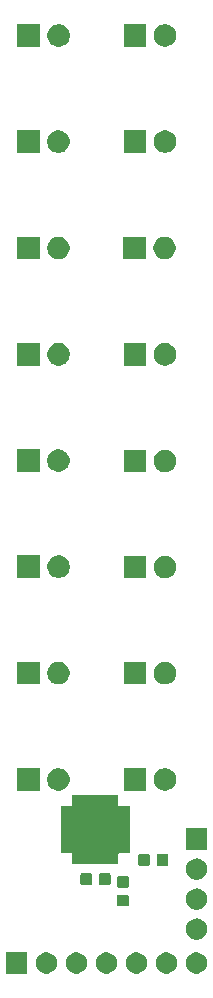
<source format=gbs>
G04 #@! TF.GenerationSoftware,KiCad,Pcbnew,(5.1.6-0-10_14)*
G04 #@! TF.CreationDate,2020-06-29T16:32:02+02:00*
G04 #@! TF.ProjectId,excitation-pcb,65786369-7461-4746-996f-6e2d7063622e,rev?*
G04 #@! TF.SameCoordinates,Original*
G04 #@! TF.FileFunction,Soldermask,Bot*
G04 #@! TF.FilePolarity,Negative*
%FSLAX46Y46*%
G04 Gerber Fmt 4.6, Leading zero omitted, Abs format (unit mm)*
G04 Created by KiCad (PCBNEW (5.1.6-0-10_14)) date 2020-06-29 16:32:02*
%MOMM*%
%LPD*%
G01*
G04 APERTURE LIST*
%ADD10C,0.100000*%
G04 APERTURE END LIST*
D10*
G36*
X99859312Y-144036327D02*
G01*
X100008612Y-144066024D01*
X100172584Y-144133944D01*
X100320154Y-144232547D01*
X100445653Y-144358046D01*
X100544256Y-144505616D01*
X100612176Y-144669588D01*
X100646800Y-144843659D01*
X100646800Y-145021141D01*
X100612176Y-145195212D01*
X100544256Y-145359184D01*
X100445653Y-145506754D01*
X100320154Y-145632253D01*
X100172584Y-145730856D01*
X100008612Y-145798776D01*
X99859312Y-145828473D01*
X99834542Y-145833400D01*
X99657058Y-145833400D01*
X99632288Y-145828473D01*
X99482988Y-145798776D01*
X99319016Y-145730856D01*
X99171446Y-145632253D01*
X99045947Y-145506754D01*
X98947344Y-145359184D01*
X98879424Y-145195212D01*
X98844800Y-145021141D01*
X98844800Y-144843659D01*
X98879424Y-144669588D01*
X98947344Y-144505616D01*
X99045947Y-144358046D01*
X99171446Y-144232547D01*
X99319016Y-144133944D01*
X99482988Y-144066024D01*
X99632288Y-144036327D01*
X99657058Y-144031400D01*
X99834542Y-144031400D01*
X99859312Y-144036327D01*
G37*
G36*
X97319312Y-144036327D02*
G01*
X97468612Y-144066024D01*
X97632584Y-144133944D01*
X97780154Y-144232547D01*
X97905653Y-144358046D01*
X98004256Y-144505616D01*
X98072176Y-144669588D01*
X98106800Y-144843659D01*
X98106800Y-145021141D01*
X98072176Y-145195212D01*
X98004256Y-145359184D01*
X97905653Y-145506754D01*
X97780154Y-145632253D01*
X97632584Y-145730856D01*
X97468612Y-145798776D01*
X97319312Y-145828473D01*
X97294542Y-145833400D01*
X97117058Y-145833400D01*
X97092288Y-145828473D01*
X96942988Y-145798776D01*
X96779016Y-145730856D01*
X96631446Y-145632253D01*
X96505947Y-145506754D01*
X96407344Y-145359184D01*
X96339424Y-145195212D01*
X96304800Y-145021141D01*
X96304800Y-144843659D01*
X96339424Y-144669588D01*
X96407344Y-144505616D01*
X96505947Y-144358046D01*
X96631446Y-144232547D01*
X96779016Y-144133944D01*
X96942988Y-144066024D01*
X97092288Y-144036327D01*
X97117058Y-144031400D01*
X97294542Y-144031400D01*
X97319312Y-144036327D01*
G37*
G36*
X94779312Y-144036327D02*
G01*
X94928612Y-144066024D01*
X95092584Y-144133944D01*
X95240154Y-144232547D01*
X95365653Y-144358046D01*
X95464256Y-144505616D01*
X95532176Y-144669588D01*
X95566800Y-144843659D01*
X95566800Y-145021141D01*
X95532176Y-145195212D01*
X95464256Y-145359184D01*
X95365653Y-145506754D01*
X95240154Y-145632253D01*
X95092584Y-145730856D01*
X94928612Y-145798776D01*
X94779312Y-145828473D01*
X94754542Y-145833400D01*
X94577058Y-145833400D01*
X94552288Y-145828473D01*
X94402988Y-145798776D01*
X94239016Y-145730856D01*
X94091446Y-145632253D01*
X93965947Y-145506754D01*
X93867344Y-145359184D01*
X93799424Y-145195212D01*
X93764800Y-145021141D01*
X93764800Y-144843659D01*
X93799424Y-144669588D01*
X93867344Y-144505616D01*
X93965947Y-144358046D01*
X94091446Y-144232547D01*
X94239016Y-144133944D01*
X94402988Y-144066024D01*
X94552288Y-144036327D01*
X94577058Y-144031400D01*
X94754542Y-144031400D01*
X94779312Y-144036327D01*
G37*
G36*
X92239312Y-144036327D02*
G01*
X92388612Y-144066024D01*
X92552584Y-144133944D01*
X92700154Y-144232547D01*
X92825653Y-144358046D01*
X92924256Y-144505616D01*
X92992176Y-144669588D01*
X93026800Y-144843659D01*
X93026800Y-145021141D01*
X92992176Y-145195212D01*
X92924256Y-145359184D01*
X92825653Y-145506754D01*
X92700154Y-145632253D01*
X92552584Y-145730856D01*
X92388612Y-145798776D01*
X92239312Y-145828473D01*
X92214542Y-145833400D01*
X92037058Y-145833400D01*
X92012288Y-145828473D01*
X91862988Y-145798776D01*
X91699016Y-145730856D01*
X91551446Y-145632253D01*
X91425947Y-145506754D01*
X91327344Y-145359184D01*
X91259424Y-145195212D01*
X91224800Y-145021141D01*
X91224800Y-144843659D01*
X91259424Y-144669588D01*
X91327344Y-144505616D01*
X91425947Y-144358046D01*
X91551446Y-144232547D01*
X91699016Y-144133944D01*
X91862988Y-144066024D01*
X92012288Y-144036327D01*
X92037058Y-144031400D01*
X92214542Y-144031400D01*
X92239312Y-144036327D01*
G37*
G36*
X89699312Y-144036327D02*
G01*
X89848612Y-144066024D01*
X90012584Y-144133944D01*
X90160154Y-144232547D01*
X90285653Y-144358046D01*
X90384256Y-144505616D01*
X90452176Y-144669588D01*
X90486800Y-144843659D01*
X90486800Y-145021141D01*
X90452176Y-145195212D01*
X90384256Y-145359184D01*
X90285653Y-145506754D01*
X90160154Y-145632253D01*
X90012584Y-145730856D01*
X89848612Y-145798776D01*
X89699312Y-145828473D01*
X89674542Y-145833400D01*
X89497058Y-145833400D01*
X89472288Y-145828473D01*
X89322988Y-145798776D01*
X89159016Y-145730856D01*
X89011446Y-145632253D01*
X88885947Y-145506754D01*
X88787344Y-145359184D01*
X88719424Y-145195212D01*
X88684800Y-145021141D01*
X88684800Y-144843659D01*
X88719424Y-144669588D01*
X88787344Y-144505616D01*
X88885947Y-144358046D01*
X89011446Y-144232547D01*
X89159016Y-144133944D01*
X89322988Y-144066024D01*
X89472288Y-144036327D01*
X89497058Y-144031400D01*
X89674542Y-144031400D01*
X89699312Y-144036327D01*
G37*
G36*
X87159312Y-144036327D02*
G01*
X87308612Y-144066024D01*
X87472584Y-144133944D01*
X87620154Y-144232547D01*
X87745653Y-144358046D01*
X87844256Y-144505616D01*
X87912176Y-144669588D01*
X87946800Y-144843659D01*
X87946800Y-145021141D01*
X87912176Y-145195212D01*
X87844256Y-145359184D01*
X87745653Y-145506754D01*
X87620154Y-145632253D01*
X87472584Y-145730856D01*
X87308612Y-145798776D01*
X87159312Y-145828473D01*
X87134542Y-145833400D01*
X86957058Y-145833400D01*
X86932288Y-145828473D01*
X86782988Y-145798776D01*
X86619016Y-145730856D01*
X86471446Y-145632253D01*
X86345947Y-145506754D01*
X86247344Y-145359184D01*
X86179424Y-145195212D01*
X86144800Y-145021141D01*
X86144800Y-144843659D01*
X86179424Y-144669588D01*
X86247344Y-144505616D01*
X86345947Y-144358046D01*
X86471446Y-144232547D01*
X86619016Y-144133944D01*
X86782988Y-144066024D01*
X86932288Y-144036327D01*
X86957058Y-144031400D01*
X87134542Y-144031400D01*
X87159312Y-144036327D01*
G37*
G36*
X85406800Y-145833400D02*
G01*
X83604800Y-145833400D01*
X83604800Y-144031400D01*
X85406800Y-144031400D01*
X85406800Y-145833400D01*
G37*
G36*
X99884712Y-141166127D02*
G01*
X100034012Y-141195824D01*
X100197984Y-141263744D01*
X100345554Y-141362347D01*
X100471053Y-141487846D01*
X100569656Y-141635416D01*
X100637576Y-141799388D01*
X100672200Y-141973459D01*
X100672200Y-142150941D01*
X100637576Y-142325012D01*
X100569656Y-142488984D01*
X100471053Y-142636554D01*
X100345554Y-142762053D01*
X100197984Y-142860656D01*
X100034012Y-142928576D01*
X99884712Y-142958273D01*
X99859942Y-142963200D01*
X99682458Y-142963200D01*
X99657688Y-142958273D01*
X99508388Y-142928576D01*
X99344416Y-142860656D01*
X99196846Y-142762053D01*
X99071347Y-142636554D01*
X98972744Y-142488984D01*
X98904824Y-142325012D01*
X98870200Y-142150941D01*
X98870200Y-141973459D01*
X98904824Y-141799388D01*
X98972744Y-141635416D01*
X99071347Y-141487846D01*
X99196846Y-141362347D01*
X99344416Y-141263744D01*
X99508388Y-141195824D01*
X99657688Y-141166127D01*
X99682458Y-141161200D01*
X99859942Y-141161200D01*
X99884712Y-141166127D01*
G37*
G36*
X99884712Y-138626127D02*
G01*
X100034012Y-138655824D01*
X100197984Y-138723744D01*
X100345554Y-138822347D01*
X100471053Y-138947846D01*
X100569656Y-139095416D01*
X100637576Y-139259388D01*
X100672200Y-139433459D01*
X100672200Y-139610941D01*
X100637576Y-139785012D01*
X100569656Y-139948984D01*
X100471053Y-140096554D01*
X100345554Y-140222053D01*
X100197984Y-140320656D01*
X100034012Y-140388576D01*
X99884712Y-140418273D01*
X99859942Y-140423200D01*
X99682458Y-140423200D01*
X99657688Y-140418273D01*
X99508388Y-140388576D01*
X99344416Y-140320656D01*
X99196846Y-140222053D01*
X99071347Y-140096554D01*
X98972744Y-139948984D01*
X98904824Y-139785012D01*
X98870200Y-139610941D01*
X98870200Y-139433459D01*
X98904824Y-139259388D01*
X98972744Y-139095416D01*
X99071347Y-138947846D01*
X99196846Y-138822347D01*
X99344416Y-138723744D01*
X99508388Y-138655824D01*
X99657688Y-138626127D01*
X99682458Y-138621200D01*
X99859942Y-138621200D01*
X99884712Y-138626127D01*
G37*
G36*
X93902391Y-139164785D02*
G01*
X93936369Y-139175093D01*
X93967690Y-139191834D01*
X93995139Y-139214361D01*
X94017666Y-139241810D01*
X94034407Y-139273131D01*
X94044715Y-139307109D01*
X94048800Y-139348590D01*
X94048800Y-139949810D01*
X94044715Y-139991291D01*
X94034407Y-140025269D01*
X94017666Y-140056590D01*
X93995139Y-140084039D01*
X93967690Y-140106566D01*
X93936369Y-140123307D01*
X93902391Y-140133615D01*
X93860910Y-140137700D01*
X93184690Y-140137700D01*
X93143209Y-140133615D01*
X93109231Y-140123307D01*
X93077910Y-140106566D01*
X93050461Y-140084039D01*
X93027934Y-140056590D01*
X93011193Y-140025269D01*
X93000885Y-139991291D01*
X92996800Y-139949810D01*
X92996800Y-139348590D01*
X93000885Y-139307109D01*
X93011193Y-139273131D01*
X93027934Y-139241810D01*
X93050461Y-139214361D01*
X93077910Y-139191834D01*
X93109231Y-139175093D01*
X93143209Y-139164785D01*
X93184690Y-139160700D01*
X93860910Y-139160700D01*
X93902391Y-139164785D01*
G37*
G36*
X93902391Y-137589785D02*
G01*
X93936369Y-137600093D01*
X93967690Y-137616834D01*
X93995139Y-137639361D01*
X94017666Y-137666810D01*
X94034407Y-137698131D01*
X94044715Y-137732109D01*
X94048800Y-137773590D01*
X94048800Y-138374810D01*
X94044715Y-138416291D01*
X94034407Y-138450269D01*
X94017666Y-138481590D01*
X93995139Y-138509039D01*
X93967690Y-138531566D01*
X93936369Y-138548307D01*
X93902391Y-138558615D01*
X93860910Y-138562700D01*
X93184690Y-138562700D01*
X93143209Y-138558615D01*
X93109231Y-138548307D01*
X93077910Y-138531566D01*
X93050461Y-138509039D01*
X93027934Y-138481590D01*
X93011193Y-138450269D01*
X93000885Y-138416291D01*
X92996800Y-138374810D01*
X92996800Y-137773590D01*
X93000885Y-137732109D01*
X93011193Y-137698131D01*
X93027934Y-137666810D01*
X93050461Y-137639361D01*
X93077910Y-137616834D01*
X93109231Y-137600093D01*
X93143209Y-137589785D01*
X93184690Y-137585700D01*
X93860910Y-137585700D01*
X93902391Y-137589785D01*
G37*
G36*
X92340991Y-137298485D02*
G01*
X92374969Y-137308793D01*
X92406290Y-137325534D01*
X92433739Y-137348061D01*
X92456266Y-137375510D01*
X92473007Y-137406831D01*
X92483315Y-137440809D01*
X92487400Y-137482290D01*
X92487400Y-138158510D01*
X92483315Y-138199991D01*
X92473007Y-138233969D01*
X92456266Y-138265290D01*
X92433739Y-138292739D01*
X92406290Y-138315266D01*
X92374969Y-138332007D01*
X92340991Y-138342315D01*
X92299510Y-138346400D01*
X91698290Y-138346400D01*
X91656809Y-138342315D01*
X91622831Y-138332007D01*
X91591510Y-138315266D01*
X91564061Y-138292739D01*
X91541534Y-138265290D01*
X91524793Y-138233969D01*
X91514485Y-138199991D01*
X91510400Y-138158510D01*
X91510400Y-137482290D01*
X91514485Y-137440809D01*
X91524793Y-137406831D01*
X91541534Y-137375510D01*
X91564061Y-137348061D01*
X91591510Y-137325534D01*
X91622831Y-137308793D01*
X91656809Y-137298485D01*
X91698290Y-137294400D01*
X92299510Y-137294400D01*
X92340991Y-137298485D01*
G37*
G36*
X90765991Y-137298485D02*
G01*
X90799969Y-137308793D01*
X90831290Y-137325534D01*
X90858739Y-137348061D01*
X90881266Y-137375510D01*
X90898007Y-137406831D01*
X90908315Y-137440809D01*
X90912400Y-137482290D01*
X90912400Y-138158510D01*
X90908315Y-138199991D01*
X90898007Y-138233969D01*
X90881266Y-138265290D01*
X90858739Y-138292739D01*
X90831290Y-138315266D01*
X90799969Y-138332007D01*
X90765991Y-138342315D01*
X90724510Y-138346400D01*
X90123290Y-138346400D01*
X90081809Y-138342315D01*
X90047831Y-138332007D01*
X90016510Y-138315266D01*
X89989061Y-138292739D01*
X89966534Y-138265290D01*
X89949793Y-138233969D01*
X89939485Y-138199991D01*
X89935400Y-138158510D01*
X89935400Y-137482290D01*
X89939485Y-137440809D01*
X89949793Y-137406831D01*
X89966534Y-137375510D01*
X89989061Y-137348061D01*
X90016510Y-137325534D01*
X90047831Y-137308793D01*
X90081809Y-137298485D01*
X90123290Y-137294400D01*
X90724510Y-137294400D01*
X90765991Y-137298485D01*
G37*
G36*
X99884712Y-136086127D02*
G01*
X100034012Y-136115824D01*
X100197984Y-136183744D01*
X100345554Y-136282347D01*
X100471053Y-136407846D01*
X100569656Y-136555416D01*
X100637576Y-136719388D01*
X100672200Y-136893459D01*
X100672200Y-137070941D01*
X100637576Y-137245012D01*
X100569656Y-137408984D01*
X100471053Y-137556554D01*
X100345554Y-137682053D01*
X100197984Y-137780656D01*
X100034012Y-137848576D01*
X99884712Y-137878273D01*
X99859942Y-137883200D01*
X99682458Y-137883200D01*
X99657688Y-137878273D01*
X99508388Y-137848576D01*
X99344416Y-137780656D01*
X99196846Y-137682053D01*
X99071347Y-137556554D01*
X98972744Y-137408984D01*
X98904824Y-137245012D01*
X98870200Y-137070941D01*
X98870200Y-136893459D01*
X98904824Y-136719388D01*
X98972744Y-136555416D01*
X99071347Y-136407846D01*
X99196846Y-136282347D01*
X99344416Y-136183744D01*
X99508388Y-136115824D01*
X99657688Y-136086127D01*
X99682458Y-136081200D01*
X99859942Y-136081200D01*
X99884712Y-136086127D01*
G37*
G36*
X97217791Y-135672885D02*
G01*
X97251769Y-135683193D01*
X97283090Y-135699934D01*
X97310539Y-135722461D01*
X97333066Y-135749910D01*
X97349807Y-135781231D01*
X97360115Y-135815209D01*
X97364200Y-135856690D01*
X97364200Y-136532910D01*
X97360115Y-136574391D01*
X97349807Y-136608369D01*
X97333066Y-136639690D01*
X97310539Y-136667139D01*
X97283090Y-136689666D01*
X97251769Y-136706407D01*
X97217791Y-136716715D01*
X97176310Y-136720800D01*
X96575090Y-136720800D01*
X96533609Y-136716715D01*
X96499631Y-136706407D01*
X96468310Y-136689666D01*
X96440861Y-136667139D01*
X96418334Y-136639690D01*
X96401593Y-136608369D01*
X96391285Y-136574391D01*
X96387200Y-136532910D01*
X96387200Y-135856690D01*
X96391285Y-135815209D01*
X96401593Y-135781231D01*
X96418334Y-135749910D01*
X96440861Y-135722461D01*
X96468310Y-135699934D01*
X96499631Y-135683193D01*
X96533609Y-135672885D01*
X96575090Y-135668800D01*
X97176310Y-135668800D01*
X97217791Y-135672885D01*
G37*
G36*
X95642791Y-135672885D02*
G01*
X95676769Y-135683193D01*
X95708090Y-135699934D01*
X95735539Y-135722461D01*
X95758066Y-135749910D01*
X95774807Y-135781231D01*
X95785115Y-135815209D01*
X95789200Y-135856690D01*
X95789200Y-136532910D01*
X95785115Y-136574391D01*
X95774807Y-136608369D01*
X95758066Y-136639690D01*
X95735539Y-136667139D01*
X95708090Y-136689666D01*
X95676769Y-136706407D01*
X95642791Y-136716715D01*
X95601310Y-136720800D01*
X95000090Y-136720800D01*
X94958609Y-136716715D01*
X94924631Y-136706407D01*
X94893310Y-136689666D01*
X94865861Y-136667139D01*
X94843334Y-136639690D01*
X94826593Y-136608369D01*
X94816285Y-136574391D01*
X94812200Y-136532910D01*
X94812200Y-135856690D01*
X94816285Y-135815209D01*
X94826593Y-135781231D01*
X94843334Y-135749910D01*
X94865861Y-135722461D01*
X94893310Y-135699934D01*
X94924631Y-135683193D01*
X94958609Y-135672885D01*
X95000090Y-135668800D01*
X95601310Y-135668800D01*
X95642791Y-135672885D01*
G37*
G36*
X93150800Y-131550801D02*
G01*
X93153202Y-131575187D01*
X93160315Y-131598636D01*
X93171866Y-131620247D01*
X93187411Y-131639189D01*
X93206353Y-131654734D01*
X93227964Y-131666285D01*
X93251413Y-131673398D01*
X93275799Y-131675800D01*
X94150800Y-131675800D01*
X94150800Y-135577800D01*
X93275799Y-135577800D01*
X93251413Y-135580202D01*
X93227964Y-135587315D01*
X93206353Y-135598866D01*
X93187411Y-135614411D01*
X93171866Y-135633353D01*
X93160315Y-135654964D01*
X93153202Y-135678413D01*
X93150800Y-135702799D01*
X93150800Y-136577800D01*
X89248800Y-136577800D01*
X89248800Y-135702799D01*
X89246398Y-135678413D01*
X89239285Y-135654964D01*
X89227734Y-135633353D01*
X89212189Y-135614411D01*
X89193247Y-135598866D01*
X89171636Y-135587315D01*
X89148187Y-135580202D01*
X89123801Y-135577800D01*
X88248800Y-135577800D01*
X88248800Y-131675800D01*
X89123801Y-131675800D01*
X89148187Y-131673398D01*
X89171636Y-131666285D01*
X89193247Y-131654734D01*
X89212189Y-131639189D01*
X89227734Y-131620247D01*
X89239285Y-131598636D01*
X89246398Y-131575187D01*
X89248800Y-131550801D01*
X89248800Y-130675800D01*
X93150800Y-130675800D01*
X93150800Y-131550801D01*
G37*
G36*
X100672200Y-135343200D02*
G01*
X98870200Y-135343200D01*
X98870200Y-133541200D01*
X100672200Y-133541200D01*
X100672200Y-135343200D01*
G37*
G36*
X97356195Y-128473146D02*
G01*
X97529266Y-128544834D01*
X97529267Y-128544835D01*
X97685027Y-128648910D01*
X97817490Y-128781373D01*
X97817491Y-128781375D01*
X97921566Y-128937134D01*
X97993254Y-129110205D01*
X98029800Y-129293933D01*
X98029800Y-129481267D01*
X97993254Y-129664995D01*
X97921566Y-129838066D01*
X97921565Y-129838067D01*
X97817490Y-129993827D01*
X97685027Y-130126290D01*
X97606618Y-130178681D01*
X97529266Y-130230366D01*
X97356195Y-130302054D01*
X97172467Y-130338600D01*
X96985133Y-130338600D01*
X96801405Y-130302054D01*
X96628334Y-130230366D01*
X96550982Y-130178681D01*
X96472573Y-130126290D01*
X96340110Y-129993827D01*
X96236035Y-129838067D01*
X96236034Y-129838066D01*
X96164346Y-129664995D01*
X96127800Y-129481267D01*
X96127800Y-129293933D01*
X96164346Y-129110205D01*
X96236034Y-128937134D01*
X96340109Y-128781375D01*
X96340110Y-128781373D01*
X96472573Y-128648910D01*
X96628333Y-128544835D01*
X96628334Y-128544834D01*
X96801405Y-128473146D01*
X96985133Y-128436600D01*
X97172467Y-128436600D01*
X97356195Y-128473146D01*
G37*
G36*
X88339195Y-128473146D02*
G01*
X88512266Y-128544834D01*
X88512267Y-128544835D01*
X88668027Y-128648910D01*
X88800490Y-128781373D01*
X88800491Y-128781375D01*
X88904566Y-128937134D01*
X88976254Y-129110205D01*
X89012800Y-129293933D01*
X89012800Y-129481267D01*
X88976254Y-129664995D01*
X88904566Y-129838066D01*
X88904565Y-129838067D01*
X88800490Y-129993827D01*
X88668027Y-130126290D01*
X88589618Y-130178681D01*
X88512266Y-130230366D01*
X88339195Y-130302054D01*
X88155467Y-130338600D01*
X87968133Y-130338600D01*
X87784405Y-130302054D01*
X87611334Y-130230366D01*
X87533982Y-130178681D01*
X87455573Y-130126290D01*
X87323110Y-129993827D01*
X87219035Y-129838067D01*
X87219034Y-129838066D01*
X87147346Y-129664995D01*
X87110800Y-129481267D01*
X87110800Y-129293933D01*
X87147346Y-129110205D01*
X87219034Y-128937134D01*
X87323109Y-128781375D01*
X87323110Y-128781373D01*
X87455573Y-128648910D01*
X87611333Y-128544835D01*
X87611334Y-128544834D01*
X87784405Y-128473146D01*
X87968133Y-128436600D01*
X88155467Y-128436600D01*
X88339195Y-128473146D01*
G37*
G36*
X86472800Y-130338600D02*
G01*
X84570800Y-130338600D01*
X84570800Y-128436600D01*
X86472800Y-128436600D01*
X86472800Y-130338600D01*
G37*
G36*
X95489800Y-130338600D02*
G01*
X93587800Y-130338600D01*
X93587800Y-128436600D01*
X95489800Y-128436600D01*
X95489800Y-130338600D01*
G37*
G36*
X97356195Y-119481546D02*
G01*
X97529266Y-119553234D01*
X97529267Y-119553235D01*
X97685027Y-119657310D01*
X97817490Y-119789773D01*
X97817491Y-119789775D01*
X97921566Y-119945534D01*
X97993254Y-120118605D01*
X98029800Y-120302333D01*
X98029800Y-120489667D01*
X97993254Y-120673395D01*
X97921566Y-120846466D01*
X97921565Y-120846467D01*
X97817490Y-121002227D01*
X97685027Y-121134690D01*
X97606618Y-121187081D01*
X97529266Y-121238766D01*
X97356195Y-121310454D01*
X97172467Y-121347000D01*
X96985133Y-121347000D01*
X96801405Y-121310454D01*
X96628334Y-121238766D01*
X96550982Y-121187081D01*
X96472573Y-121134690D01*
X96340110Y-121002227D01*
X96236035Y-120846467D01*
X96236034Y-120846466D01*
X96164346Y-120673395D01*
X96127800Y-120489667D01*
X96127800Y-120302333D01*
X96164346Y-120118605D01*
X96236034Y-119945534D01*
X96340109Y-119789775D01*
X96340110Y-119789773D01*
X96472573Y-119657310D01*
X96628333Y-119553235D01*
X96628334Y-119553234D01*
X96801405Y-119481546D01*
X96985133Y-119445000D01*
X97172467Y-119445000D01*
X97356195Y-119481546D01*
G37*
G36*
X95489800Y-121347000D02*
G01*
X93587800Y-121347000D01*
X93587800Y-119445000D01*
X95489800Y-119445000D01*
X95489800Y-121347000D01*
G37*
G36*
X88339195Y-119481546D02*
G01*
X88512266Y-119553234D01*
X88512267Y-119553235D01*
X88668027Y-119657310D01*
X88800490Y-119789773D01*
X88800491Y-119789775D01*
X88904566Y-119945534D01*
X88976254Y-120118605D01*
X89012800Y-120302333D01*
X89012800Y-120489667D01*
X88976254Y-120673395D01*
X88904566Y-120846466D01*
X88904565Y-120846467D01*
X88800490Y-121002227D01*
X88668027Y-121134690D01*
X88589618Y-121187081D01*
X88512266Y-121238766D01*
X88339195Y-121310454D01*
X88155467Y-121347000D01*
X87968133Y-121347000D01*
X87784405Y-121310454D01*
X87611334Y-121238766D01*
X87533982Y-121187081D01*
X87455573Y-121134690D01*
X87323110Y-121002227D01*
X87219035Y-120846467D01*
X87219034Y-120846466D01*
X87147346Y-120673395D01*
X87110800Y-120489667D01*
X87110800Y-120302333D01*
X87147346Y-120118605D01*
X87219034Y-119945534D01*
X87323109Y-119789775D01*
X87323110Y-119789773D01*
X87455573Y-119657310D01*
X87611333Y-119553235D01*
X87611334Y-119553234D01*
X87784405Y-119481546D01*
X87968133Y-119445000D01*
X88155467Y-119445000D01*
X88339195Y-119481546D01*
G37*
G36*
X86472800Y-121347000D02*
G01*
X84570800Y-121347000D01*
X84570800Y-119445000D01*
X86472800Y-119445000D01*
X86472800Y-121347000D01*
G37*
G36*
X95489800Y-112355400D02*
G01*
X93587800Y-112355400D01*
X93587800Y-110453400D01*
X95489800Y-110453400D01*
X95489800Y-112355400D01*
G37*
G36*
X97356195Y-110489946D02*
G01*
X97529266Y-110561634D01*
X97529267Y-110561635D01*
X97685027Y-110665710D01*
X97817490Y-110798173D01*
X97817491Y-110798175D01*
X97921566Y-110953934D01*
X97993254Y-111127005D01*
X98029800Y-111310733D01*
X98029800Y-111498067D01*
X97993254Y-111681795D01*
X97921566Y-111854866D01*
X97921565Y-111854867D01*
X97817490Y-112010627D01*
X97685027Y-112143090D01*
X97606618Y-112195481D01*
X97529266Y-112247166D01*
X97356195Y-112318854D01*
X97172467Y-112355400D01*
X96985133Y-112355400D01*
X96801405Y-112318854D01*
X96628334Y-112247166D01*
X96550982Y-112195481D01*
X96472573Y-112143090D01*
X96340110Y-112010627D01*
X96236035Y-111854867D01*
X96236034Y-111854866D01*
X96164346Y-111681795D01*
X96127800Y-111498067D01*
X96127800Y-111310733D01*
X96164346Y-111127005D01*
X96236034Y-110953934D01*
X96340109Y-110798175D01*
X96340110Y-110798173D01*
X96472573Y-110665710D01*
X96628333Y-110561635D01*
X96628334Y-110561634D01*
X96801405Y-110489946D01*
X96985133Y-110453400D01*
X97172467Y-110453400D01*
X97356195Y-110489946D01*
G37*
G36*
X86498200Y-112330000D02*
G01*
X84596200Y-112330000D01*
X84596200Y-110428000D01*
X86498200Y-110428000D01*
X86498200Y-112330000D01*
G37*
G36*
X88364595Y-110464546D02*
G01*
X88537666Y-110536234D01*
X88575681Y-110561635D01*
X88693427Y-110640310D01*
X88825890Y-110772773D01*
X88842863Y-110798175D01*
X88929966Y-110928534D01*
X89001654Y-111101605D01*
X89038200Y-111285333D01*
X89038200Y-111472667D01*
X89001654Y-111656395D01*
X88929966Y-111829466D01*
X88878281Y-111906818D01*
X88825890Y-111985227D01*
X88693427Y-112117690D01*
X88615018Y-112170081D01*
X88537666Y-112221766D01*
X88364595Y-112293454D01*
X88180867Y-112330000D01*
X87993533Y-112330000D01*
X87809805Y-112293454D01*
X87636734Y-112221766D01*
X87559382Y-112170081D01*
X87480973Y-112117690D01*
X87348510Y-111985227D01*
X87296119Y-111906818D01*
X87244434Y-111829466D01*
X87172746Y-111656395D01*
X87136200Y-111472667D01*
X87136200Y-111285333D01*
X87172746Y-111101605D01*
X87244434Y-110928534D01*
X87331537Y-110798175D01*
X87348510Y-110772773D01*
X87480973Y-110640310D01*
X87598719Y-110561635D01*
X87636734Y-110536234D01*
X87809805Y-110464546D01*
X87993533Y-110428000D01*
X88180867Y-110428000D01*
X88364595Y-110464546D01*
G37*
G36*
X97356195Y-101498346D02*
G01*
X97529266Y-101570034D01*
X97529267Y-101570035D01*
X97685027Y-101674110D01*
X97817490Y-101806573D01*
X97817491Y-101806575D01*
X97921566Y-101962334D01*
X97993254Y-102135405D01*
X98029800Y-102319133D01*
X98029800Y-102506467D01*
X97993254Y-102690195D01*
X97921566Y-102863266D01*
X97921565Y-102863267D01*
X97817490Y-103019027D01*
X97685027Y-103151490D01*
X97606618Y-103203881D01*
X97529266Y-103255566D01*
X97356195Y-103327254D01*
X97172467Y-103363800D01*
X96985133Y-103363800D01*
X96801405Y-103327254D01*
X96628334Y-103255566D01*
X96550982Y-103203881D01*
X96472573Y-103151490D01*
X96340110Y-103019027D01*
X96236035Y-102863267D01*
X96236034Y-102863266D01*
X96164346Y-102690195D01*
X96127800Y-102506467D01*
X96127800Y-102319133D01*
X96164346Y-102135405D01*
X96236034Y-101962334D01*
X96340109Y-101806575D01*
X96340110Y-101806573D01*
X96472573Y-101674110D01*
X96628333Y-101570035D01*
X96628334Y-101570034D01*
X96801405Y-101498346D01*
X96985133Y-101461800D01*
X97172467Y-101461800D01*
X97356195Y-101498346D01*
G37*
G36*
X95489800Y-103363800D02*
G01*
X93587800Y-103363800D01*
X93587800Y-101461800D01*
X95489800Y-101461800D01*
X95489800Y-103363800D01*
G37*
G36*
X88339195Y-101472946D02*
G01*
X88512266Y-101544634D01*
X88550281Y-101570035D01*
X88668027Y-101648710D01*
X88800490Y-101781173D01*
X88817463Y-101806575D01*
X88904566Y-101936934D01*
X88976254Y-102110005D01*
X89012800Y-102293733D01*
X89012800Y-102481067D01*
X88976254Y-102664795D01*
X88904566Y-102837866D01*
X88852881Y-102915218D01*
X88800490Y-102993627D01*
X88668027Y-103126090D01*
X88589618Y-103178481D01*
X88512266Y-103230166D01*
X88339195Y-103301854D01*
X88155467Y-103338400D01*
X87968133Y-103338400D01*
X87784405Y-103301854D01*
X87611334Y-103230166D01*
X87533982Y-103178481D01*
X87455573Y-103126090D01*
X87323110Y-102993627D01*
X87270719Y-102915218D01*
X87219034Y-102837866D01*
X87147346Y-102664795D01*
X87110800Y-102481067D01*
X87110800Y-102293733D01*
X87147346Y-102110005D01*
X87219034Y-101936934D01*
X87306137Y-101806575D01*
X87323110Y-101781173D01*
X87455573Y-101648710D01*
X87573319Y-101570035D01*
X87611334Y-101544634D01*
X87784405Y-101472946D01*
X87968133Y-101436400D01*
X88155467Y-101436400D01*
X88339195Y-101472946D01*
G37*
G36*
X86472800Y-103338400D02*
G01*
X84570800Y-103338400D01*
X84570800Y-101436400D01*
X86472800Y-101436400D01*
X86472800Y-103338400D01*
G37*
G36*
X95489800Y-94346800D02*
G01*
X93587800Y-94346800D01*
X93587800Y-92444800D01*
X95489800Y-92444800D01*
X95489800Y-94346800D01*
G37*
G36*
X97356195Y-92481346D02*
G01*
X97529266Y-92553034D01*
X97529267Y-92553035D01*
X97685027Y-92657110D01*
X97817490Y-92789573D01*
X97817491Y-92789575D01*
X97921566Y-92945334D01*
X97993254Y-93118405D01*
X98029800Y-93302133D01*
X98029800Y-93489467D01*
X97993254Y-93673195D01*
X97921566Y-93846266D01*
X97921565Y-93846267D01*
X97817490Y-94002027D01*
X97685027Y-94134490D01*
X97606618Y-94186881D01*
X97529266Y-94238566D01*
X97356195Y-94310254D01*
X97172467Y-94346800D01*
X96985133Y-94346800D01*
X96801405Y-94310254D01*
X96628334Y-94238566D01*
X96550982Y-94186881D01*
X96472573Y-94134490D01*
X96340110Y-94002027D01*
X96236035Y-93846267D01*
X96236034Y-93846266D01*
X96164346Y-93673195D01*
X96127800Y-93489467D01*
X96127800Y-93302133D01*
X96164346Y-93118405D01*
X96236034Y-92945334D01*
X96340109Y-92789575D01*
X96340110Y-92789573D01*
X96472573Y-92657110D01*
X96628333Y-92553035D01*
X96628334Y-92553034D01*
X96801405Y-92481346D01*
X96985133Y-92444800D01*
X97172467Y-92444800D01*
X97356195Y-92481346D01*
G37*
G36*
X86498200Y-94346800D02*
G01*
X84596200Y-94346800D01*
X84596200Y-92444800D01*
X86498200Y-92444800D01*
X86498200Y-94346800D01*
G37*
G36*
X88364595Y-92481346D02*
G01*
X88537666Y-92553034D01*
X88537667Y-92553035D01*
X88693427Y-92657110D01*
X88825890Y-92789573D01*
X88825891Y-92789575D01*
X88929966Y-92945334D01*
X89001654Y-93118405D01*
X89038200Y-93302133D01*
X89038200Y-93489467D01*
X89001654Y-93673195D01*
X88929966Y-93846266D01*
X88929965Y-93846267D01*
X88825890Y-94002027D01*
X88693427Y-94134490D01*
X88615018Y-94186881D01*
X88537666Y-94238566D01*
X88364595Y-94310254D01*
X88180867Y-94346800D01*
X87993533Y-94346800D01*
X87809805Y-94310254D01*
X87636734Y-94238566D01*
X87559382Y-94186881D01*
X87480973Y-94134490D01*
X87348510Y-94002027D01*
X87244435Y-93846267D01*
X87244434Y-93846266D01*
X87172746Y-93673195D01*
X87136200Y-93489467D01*
X87136200Y-93302133D01*
X87172746Y-93118405D01*
X87244434Y-92945334D01*
X87348509Y-92789575D01*
X87348510Y-92789573D01*
X87480973Y-92657110D01*
X87636733Y-92553035D01*
X87636734Y-92553034D01*
X87809805Y-92481346D01*
X87993533Y-92444800D01*
X88180867Y-92444800D01*
X88364595Y-92481346D01*
G37*
G36*
X97330795Y-83489746D02*
G01*
X97503866Y-83561434D01*
X97503867Y-83561435D01*
X97659627Y-83665510D01*
X97792090Y-83797973D01*
X97792091Y-83797975D01*
X97896166Y-83953734D01*
X97967854Y-84126805D01*
X98004400Y-84310533D01*
X98004400Y-84497867D01*
X97967854Y-84681595D01*
X97896166Y-84854666D01*
X97896165Y-84854667D01*
X97792090Y-85010427D01*
X97659627Y-85142890D01*
X97581218Y-85195281D01*
X97503866Y-85246966D01*
X97330795Y-85318654D01*
X97147067Y-85355200D01*
X96959733Y-85355200D01*
X96776005Y-85318654D01*
X96602934Y-85246966D01*
X96525582Y-85195281D01*
X96447173Y-85142890D01*
X96314710Y-85010427D01*
X96210635Y-84854667D01*
X96210634Y-84854666D01*
X96138946Y-84681595D01*
X96102400Y-84497867D01*
X96102400Y-84310533D01*
X96138946Y-84126805D01*
X96210634Y-83953734D01*
X96314709Y-83797975D01*
X96314710Y-83797973D01*
X96447173Y-83665510D01*
X96602933Y-83561435D01*
X96602934Y-83561434D01*
X96776005Y-83489746D01*
X96959733Y-83453200D01*
X97147067Y-83453200D01*
X97330795Y-83489746D01*
G37*
G36*
X95464400Y-85355200D02*
G01*
X93562400Y-85355200D01*
X93562400Y-83453200D01*
X95464400Y-83453200D01*
X95464400Y-85355200D01*
G37*
G36*
X88339195Y-83489746D02*
G01*
X88512266Y-83561434D01*
X88512267Y-83561435D01*
X88668027Y-83665510D01*
X88800490Y-83797973D01*
X88800491Y-83797975D01*
X88904566Y-83953734D01*
X88976254Y-84126805D01*
X89012800Y-84310533D01*
X89012800Y-84497867D01*
X88976254Y-84681595D01*
X88904566Y-84854666D01*
X88904565Y-84854667D01*
X88800490Y-85010427D01*
X88668027Y-85142890D01*
X88589618Y-85195281D01*
X88512266Y-85246966D01*
X88339195Y-85318654D01*
X88155467Y-85355200D01*
X87968133Y-85355200D01*
X87784405Y-85318654D01*
X87611334Y-85246966D01*
X87533982Y-85195281D01*
X87455573Y-85142890D01*
X87323110Y-85010427D01*
X87219035Y-84854667D01*
X87219034Y-84854666D01*
X87147346Y-84681595D01*
X87110800Y-84497867D01*
X87110800Y-84310533D01*
X87147346Y-84126805D01*
X87219034Y-83953734D01*
X87323109Y-83797975D01*
X87323110Y-83797973D01*
X87455573Y-83665510D01*
X87611333Y-83561435D01*
X87611334Y-83561434D01*
X87784405Y-83489746D01*
X87968133Y-83453200D01*
X88155467Y-83453200D01*
X88339195Y-83489746D01*
G37*
G36*
X86472800Y-85355200D02*
G01*
X84570800Y-85355200D01*
X84570800Y-83453200D01*
X86472800Y-83453200D01*
X86472800Y-85355200D01*
G37*
G36*
X88339195Y-74472746D02*
G01*
X88512266Y-74544434D01*
X88512267Y-74544435D01*
X88668027Y-74648510D01*
X88800490Y-74780973D01*
X88800491Y-74780975D01*
X88904566Y-74936734D01*
X88976254Y-75109805D01*
X89012800Y-75293533D01*
X89012800Y-75480867D01*
X88976254Y-75664595D01*
X88904566Y-75837666D01*
X88904565Y-75837667D01*
X88800490Y-75993427D01*
X88668027Y-76125890D01*
X88589618Y-76178281D01*
X88512266Y-76229966D01*
X88339195Y-76301654D01*
X88155467Y-76338200D01*
X87968133Y-76338200D01*
X87784405Y-76301654D01*
X87611334Y-76229966D01*
X87533982Y-76178281D01*
X87455573Y-76125890D01*
X87323110Y-75993427D01*
X87219035Y-75837667D01*
X87219034Y-75837666D01*
X87147346Y-75664595D01*
X87110800Y-75480867D01*
X87110800Y-75293533D01*
X87147346Y-75109805D01*
X87219034Y-74936734D01*
X87323109Y-74780975D01*
X87323110Y-74780973D01*
X87455573Y-74648510D01*
X87611333Y-74544435D01*
X87611334Y-74544434D01*
X87784405Y-74472746D01*
X87968133Y-74436200D01*
X88155467Y-74436200D01*
X88339195Y-74472746D01*
G37*
G36*
X95489800Y-76338200D02*
G01*
X93587800Y-76338200D01*
X93587800Y-74436200D01*
X95489800Y-74436200D01*
X95489800Y-76338200D01*
G37*
G36*
X97356195Y-74472746D02*
G01*
X97529266Y-74544434D01*
X97529267Y-74544435D01*
X97685027Y-74648510D01*
X97817490Y-74780973D01*
X97817491Y-74780975D01*
X97921566Y-74936734D01*
X97993254Y-75109805D01*
X98029800Y-75293533D01*
X98029800Y-75480867D01*
X97993254Y-75664595D01*
X97921566Y-75837666D01*
X97921565Y-75837667D01*
X97817490Y-75993427D01*
X97685027Y-76125890D01*
X97606618Y-76178281D01*
X97529266Y-76229966D01*
X97356195Y-76301654D01*
X97172467Y-76338200D01*
X96985133Y-76338200D01*
X96801405Y-76301654D01*
X96628334Y-76229966D01*
X96550982Y-76178281D01*
X96472573Y-76125890D01*
X96340110Y-75993427D01*
X96236035Y-75837667D01*
X96236034Y-75837666D01*
X96164346Y-75664595D01*
X96127800Y-75480867D01*
X96127800Y-75293533D01*
X96164346Y-75109805D01*
X96236034Y-74936734D01*
X96340109Y-74780975D01*
X96340110Y-74780973D01*
X96472573Y-74648510D01*
X96628333Y-74544435D01*
X96628334Y-74544434D01*
X96801405Y-74472746D01*
X96985133Y-74436200D01*
X97172467Y-74436200D01*
X97356195Y-74472746D01*
G37*
G36*
X86472800Y-76338200D02*
G01*
X84570800Y-76338200D01*
X84570800Y-74436200D01*
X86472800Y-74436200D01*
X86472800Y-76338200D01*
G37*
G36*
X97356195Y-65481146D02*
G01*
X97529266Y-65552834D01*
X97529267Y-65552835D01*
X97685027Y-65656910D01*
X97817490Y-65789373D01*
X97817491Y-65789375D01*
X97921566Y-65945134D01*
X97993254Y-66118205D01*
X98029800Y-66301933D01*
X98029800Y-66489267D01*
X97993254Y-66672995D01*
X97921566Y-66846066D01*
X97921565Y-66846067D01*
X97817490Y-67001827D01*
X97685027Y-67134290D01*
X97606618Y-67186681D01*
X97529266Y-67238366D01*
X97356195Y-67310054D01*
X97172467Y-67346600D01*
X96985133Y-67346600D01*
X96801405Y-67310054D01*
X96628334Y-67238366D01*
X96550982Y-67186681D01*
X96472573Y-67134290D01*
X96340110Y-67001827D01*
X96236035Y-66846067D01*
X96236034Y-66846066D01*
X96164346Y-66672995D01*
X96127800Y-66489267D01*
X96127800Y-66301933D01*
X96164346Y-66118205D01*
X96236034Y-65945134D01*
X96340109Y-65789375D01*
X96340110Y-65789373D01*
X96472573Y-65656910D01*
X96628333Y-65552835D01*
X96628334Y-65552834D01*
X96801405Y-65481146D01*
X96985133Y-65444600D01*
X97172467Y-65444600D01*
X97356195Y-65481146D01*
G37*
G36*
X95489800Y-67346600D02*
G01*
X93587800Y-67346600D01*
X93587800Y-65444600D01*
X95489800Y-65444600D01*
X95489800Y-67346600D01*
G37*
G36*
X88364595Y-65481146D02*
G01*
X88537666Y-65552834D01*
X88537667Y-65552835D01*
X88693427Y-65656910D01*
X88825890Y-65789373D01*
X88825891Y-65789375D01*
X88929966Y-65945134D01*
X89001654Y-66118205D01*
X89038200Y-66301933D01*
X89038200Y-66489267D01*
X89001654Y-66672995D01*
X88929966Y-66846066D01*
X88929965Y-66846067D01*
X88825890Y-67001827D01*
X88693427Y-67134290D01*
X88615018Y-67186681D01*
X88537666Y-67238366D01*
X88364595Y-67310054D01*
X88180867Y-67346600D01*
X87993533Y-67346600D01*
X87809805Y-67310054D01*
X87636734Y-67238366D01*
X87559382Y-67186681D01*
X87480973Y-67134290D01*
X87348510Y-67001827D01*
X87244435Y-66846067D01*
X87244434Y-66846066D01*
X87172746Y-66672995D01*
X87136200Y-66489267D01*
X87136200Y-66301933D01*
X87172746Y-66118205D01*
X87244434Y-65945134D01*
X87348509Y-65789375D01*
X87348510Y-65789373D01*
X87480973Y-65656910D01*
X87636733Y-65552835D01*
X87636734Y-65552834D01*
X87809805Y-65481146D01*
X87993533Y-65444600D01*
X88180867Y-65444600D01*
X88364595Y-65481146D01*
G37*
G36*
X86498200Y-67346600D02*
G01*
X84596200Y-67346600D01*
X84596200Y-65444600D01*
X86498200Y-65444600D01*
X86498200Y-67346600D01*
G37*
M02*

</source>
